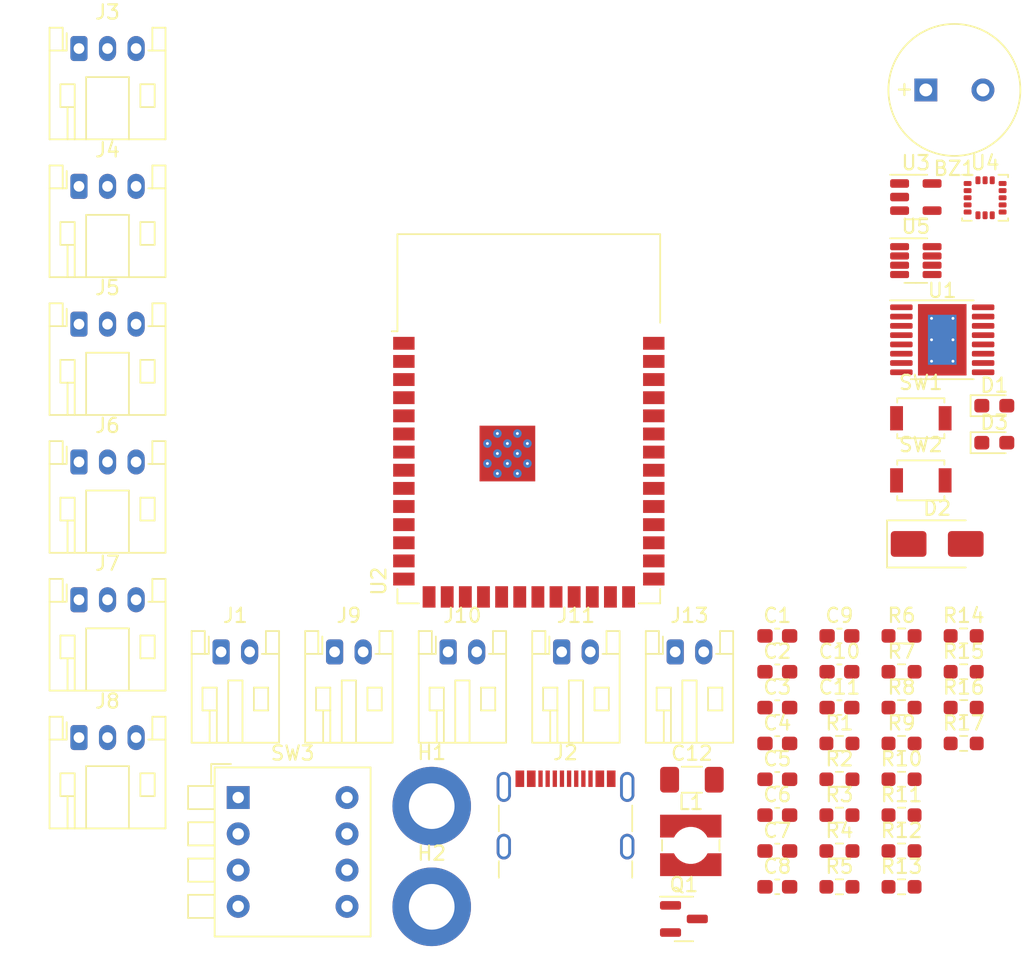
<source format=kicad_pcb>
(kicad_pcb (version 20221018) (generator pcbnew)
  (layers (0 "F.Cu" signal) (31 "B.Cu" signal) (34 "B.Paste" user) (35 "F.Paste" user) (36 "B.SilkS" user "B.Silkscreen") (37 "F.SilkS" user "F.Silkscreen") (38 "B.Mask" user) (39 "F.Mask" user) (44 "Edge.Cuts" user))
  (net 0 "")
  (net 1 "ESP32-BUZZER")
  (net 2 "GND")
  (net 3 "+3.3V")
  (net 4 "ESP32-RESET")
  (net 5 "+5V")
  (net 6 "Net-(U1-VINT)")
  (net 7 "Net-(U1-VCP)")
  (net 8 "5V_SUPPLY")
  (net 9 "+7.5V")
  (net 10 "Net-(U5-EN)")
  (net 11 "Net-(U5-BS)")
  (net 12 "Net-(U5-LX)")
  (net 13 "5V_BAT")
  (net 14 "Net-(D1-A)")
  (net 15 "5V_USB_POWER")
  (net 16 "Net-(D3-A)")
  (net 17 "Net-(J2-CC1)")
  (net 18 "ESP32-D+")
  (net 19 "ESP32-D-")
  (net 21 "Net-(J2-CC2)")
  (net 23 "ESP32-IR-FL")
  (net 24 "ESP32-IR-FR")
  (net 25 "ESP32-IR-BL")
  (net 26 "ESP32-IR-BR")
  (net 27 "ESP32-SRV-F")
  (net 28 "ESP32-SRV-B")
  (net 29 "MOTOR-RIGHT-BL")
  (net 30 "MOTOR-RIGHT-BR")
  (net 31 "MOTOR-LEFT-BL")
  (net 32 "MOTOR-LEFT-BR")
  (net 33 "ESP32-OP-LED")
  (net 34 "Net-(R3-Pad1)")
  (net 35 "ESP32-BATTERY-READ")
  (net 36 "ESP32-ACC-SCL")
  (net 37 "Net-(U1-nSLEEP)")
  (net 38 "ESP32-ACC-SDA")
  (net 39 "Net-(U5-FS)")
  (net 40 "Net-(U5-FB)")
  (net 41 "ESP32-BOOT0")
  (net 43 "ESP32-SERVO-EN")
  (net 44 "ESP32-MANUAL-AUTO")
  (net 45 "ESP32-WIFI-ANALOG")
  (net 46 "ESP32-MOTOR-FAULT")
  (net 47 "ESP32-MOTOR-BIN1")
  (net 48 "ESP32-MOTOR-BIN2")
  (net 49 "ESP32-MOTOR-AIN2")
  (net 50 "ESP32-MOTOR-AIN1")
  (net 55 "ESP32-ACC-INT1")
  (net 56 "ESP32-ACC-INT2")
  (footprint "RF_Module:ESP32-S3-WROOM-1" (layer "F.Cu") (at 149.9875 96.2)
    (fp_text reference "U2" (at -10.5 11.4 90 unlocked) (layer "F.SilkS"))
    (fp_text value "ESP32-S3-WROOM-1")
    (pad "1" smd rect (at -8.75 -5.26) (size 1.5 0.9) (layers "F.Cu" "F.Paste" "F.Mask") (net 2 "GND"))
    (pad "2" smd rect (at -8.75 -3.99) (size 1.5 0.9) (layers "F.Cu" "F.Paste" "F.Mask") (net 3 "+3.3V"))
    (pad "3" smd rect (at -8.75 -2.72) (size 1.5 0.9) (layers "F.Cu" "F.Paste" "F.Mask") (net 4 "ESP32-RESET"))
    (pad "4" smd rect (at -8.75 -1.45) (size 1.5 0.9) (layers "F.Cu" "F.Paste" "F.Mask") (net 23 "ESP32-IR-FL"))
    (pad "5" smd rect (at -8.75 -0.18) (size 1.5 0.9) (layers "F.Cu" "F.Paste" "F.Mask") (net 24 "ESP32-IR-FR"))
    (pad "6" smd rect (at -8.75 1.09) (size 1.5 0.9) (layers "F.Cu" "F.Paste" "F.Mask") (net 25 "ESP32-IR-BL"))
    (pad "7" smd rect (at -8.75 2.36) (size 1.5 0.9) (layers "F.Cu" "F.Paste" "F.Mask") (net 26 "ESP32-IR-BR"))
    (pad "8" smd rect (at -8.75 3.63) (size 1.5 0.9) (layers "F.Cu" "F.Paste" "F.Mask"))
    (pad "9" smd rect (at -8.75 4.9) (size 1.5 0.9) (layers "F.Cu" "F.Paste" "F.Mask"))
    (pad "10" smd rect (at -8.75 6.17) (size 1.5 0.9) (layers "F.Cu" "F.Paste" "F.Mask") (net 50 "ESP32-MOTOR-AIN1"))
    (pad "11" smd rect (at -8.75 7.44) (size 1.5 0.9) (layers "F.Cu" "F.Paste" "F.Mask") (net 49 "ESP32-MOTOR-AIN2"))
    (pad "12" smd rect (at -8.75 8.71) (size 1.5 0.9) (layers "F.Cu" "F.Paste" "F.Mask") (net 27 "ESP32-SRV-F"))
    (pad "13" smd rect (at -8.75 9.98) (size 1.5 0.9) (layers "F.Cu" "F.Paste" "F.Mask") (net 19 "ESP32-D-"))
    (pad "14" smd rect (at -8.75 11.25 180) (size 1.5 0.9) (layers "F.Cu" "F.Paste" "F.Mask") (net 18 "ESP32-D+"))
    (pad "15" smd rect (at -6.985 12.5 270) (size 1.5 0.9) (layers "F.Cu" "F.Paste" "F.Mask"))
    (pad "16" smd rect (at -5.715 12.5 270) (size 1.5 0.9) (layers "F.Cu" "F.Paste" "F.Mask"))
    (pad "17" smd rect (at -4.445 12.5 270) (size 1.5 0.9) (layers "F.Cu" "F.Paste" "F.Mask") (net 28 "ESP32-SRV-B"))
    (pad "18" smd rect (at -3.175 12.5 270) (size 1.5 0.9) (layers "F.Cu" "F.Paste" "F.Mask") (net 33 "ESP32-OP-LED"))
    (pad "19" smd rect (at -1.905 12.5 270) (size 1.5 0.9) (layers "F.Cu" "F.Paste" "F.Mask") (net 45 "ESP32-WIFI-ANALOG"))
    (pad "20" smd rect (at -0.635 12.5 270) (size 1.5 0.9) (layers "F.Cu" "F.Paste" "F.Mask") (net 44 "ESP32-MANUAL-AUTO"))
    (pad "21" smd rect (at 0.635 12.5 270) (size 1.5 0.9) (layers "F.Cu" "F.Paste" "F.Mask") (net 43 "ESP32-SERVO-EN"))
    (pad "22" smd rect (at 1.905 12.5 270) (size 1.5 0.9) (layers "F.Cu" "F.Paste" "F.Mask") (net 46 "ESP32-MOTOR-FAULT"))
    (pad "23" smd rect (at 3.175 12.5 270) (size 1.5 0.9) (layers "F.Cu" "F.Paste" "F.Mask") (net 47 "ESP32-MOTOR-BIN1"))
    (pad "24" smd rect (at 4.445 12.5 270) (size 1.5 0.9) (layers "F.Cu" "F.Paste" "F.Mask") (net 55 "ESP32-ACC-INT1"))
    (pad "25" smd rect (at 5.715 12.5 270) (size 1.5 0.9) (layers "F.Cu" "F.Paste" "F.Mask") (net 56 "ESP32-ACC-INT2"))
    (pad "26" smd rect (at 6.985 12.5 270) (size 1.5 0.9) (layers "F.Cu" "F.Paste" "F.Mask"))
    (pad "27" smd rect (at 8.75 11.25) (size 1.5 0.9) (layers "F.Cu" "F.Paste" "F.Mask") (net 41 "ESP32-BOOT0"))
    (pad "28" smd rect (at 8.75 9.98) (size 1.5 0.9) (layers "F.Cu" "F.Paste" "F.Mask"))
    (pad "29" smd rect (at 8.75 8.71) (size 1.5 0.9) (layers "F.Cu" "F.Paste" "F.Mask"))
    (pad "30" smd rect (at 8.75 7.44) (size 1.5 0.9) (layers "F.Cu" "F.Paste" "F.Mask"))
    (pad "31" smd rect (at 8.75 6.17) (size 1.5 0.9) (layers "F.Cu" "F.Paste" "F.Mask") (net 48 "ESP32-MOTOR-BIN2"))
    (pad "32" smd rect (at 8.75 4.9) (size 1.5 0.9) (layers "F.Cu" "F.Paste" "F.Mask"))
    (pad "33" smd rect (at 8.75 3.63) (size 1.5 0.9) (layers "F.Cu" "F.Paste" "F.Mask"))
    (pad "34" smd rect (at 8.75 2.36) (size 1.5 0.9) (layers "F.Cu" "F.Paste" "F.Mask"))
    (pad "35" smd rect (at 8.75 1.09) (size 1.5 0.9) (layers "F.Cu" "F.Paste" "F.Mask"))
    (pad "36" smd rect (at 8.75 -0.18) (size 1.5 0.9) (layers "F.Cu" "F.Paste" "F.Mask"))
    (pad "37" smd rect (at 8.75 -1.45) (size 1.5 0.9) (layers "F.Cu" "F.Paste" "F.Mask"))
    (pad "38" smd rect (at 8.75 -2.72) (size 1.5 0.9) (layers "F.Cu" "F.Paste" "F.Mask") (net 1 "ESP32-BUZZER"))
    (pad "39" smd rect (at 8.75 -3.99) (size 1.5 0.9) (layers "F.Cu" "F.Paste" "F.Mask") (net 35 "ESP32-BATTERY-READ"))
    (pad "40" smd rect (at 8.75 -5.26) (size 1.5 0.9) (layers "F.Cu" "F.Paste" "F.Mask") (net 2 "GND"))
    (pad "41" thru_hole circle (at -2.9 1.76 90) (size 0.6 0.6) (drill 0.2) (property pad_prop_heatsink) (layers "*.Cu" "F.Mask") (net 2 "GND"))
    (pad "41" thru_hole circle (at -2.9 3.16) (size 0.6 0.6) (drill 0.2) (property pad_prop_heatsink) (layers "*.Cu" "F.Mask") (net 2 "GND"))
    (pad "41" thru_hole circle (at -2.2 1.06) (size 0.6 0.6) (drill 0.2) (property pad_prop_heatsink) (layers "*.Cu" "F.Mask") (net 2 "GND"))
    (pad "41" thru_hole circle (at -2.2 2.46) (size 0.6 0.6) (drill 0.2) (property pad_prop_heatsink) (layers "*.Cu" "F.Mask") (net 2 "GND"))
    (pad "41" thru_hole circle (at -2.2 3.86) (size 0.6 0.6) (drill 0.2) (property pad_prop_heatsink) (layers "*.Cu" "F.Mask") (net 2 "GND"))
    (pad "41" thru_hole circle (at -1.5 1.76) (size 0.6 0.6) (drill 0.2) (property pad_prop_heatsink) (layers "*.Cu" "F.Mask") (net 2 "GND"))
    (pad "41" smd rect (at -1.5 2.46 270) (size 3.9 3.9) (layers "F.Cu" "F.Mask") (net 2 "GND"))
    (pad "41" thru_hole circle (at -1.5 3.16) (size 0.6 0.6) (drill 0.2) (property pad_prop_heatsink) (layers "*.Cu" "F.Mask") (net 2 "GND"))
    (pad "41" thru_hole circle (at -0.8 1.06) (size 0.6 0.6) (drill 0.2) (property pad_prop_heatsink) (layers "*.Cu" "F.Mask") (net 2 "GND"))
    (pad "41" thru_hole circle (at -0.8 2.46) (size 0.6 0.6) (drill 0.2) (property pad_prop_heatsink) (layers "*.Cu" "F.Mask") (net 2 "GND"))
    (pad "41" thru_hole circle (at -0.8 3.86) (size 0.6 0.6) (drill 0.2) (property pad_prop_heatsink) (layers "*.Cu" "F.Mask") (net 2 "GND"))
    (pad "41" thru_hole circle (at -0.1 1.76) (size 0.6 0.6) (drill 0.2) (property pad_prop_heatsink) (layers "*.Cu" "F.Mask") (net 2 "GND"))
    (pad "41" thru_hole circle (at -0.1 3.16) (size 0.6 0.6) (drill 0.2) (property pad_prop_heatsink) (layers "*.Cu" "F.Mask") (net 2 "GND"))
  )
  (footprint "Package_TO_SOT_SMD:SOT-23" (layer "F.Cu") (at 160.8475 131.25)
    (fp_text reference "Q1" (at 0 -2.4) (layer "F.SilkS"))
    (fp_text value "FDN336P")
    (pad "1" smd roundrect (at -0.9375 -0.95) (size 1.475 0.6) (layers "F.Cu" "F.Paste" "F.Mask") (net 15 "5V_USB_POWER"))
    (pad "2" smd roundrect (at -0.9375 0.95) (size 1.475 0.6) (layers "F.Cu" "F.Paste" "F.Mask") (net 13 "5V_BAT"))
    (pad "3" smd roundrect (at 0.9375 0) (size 1.475 0.6) (layers "F.Cu" "F.Paste" "F.Mask") (net 5 "+5V"))
  )
  (footprint "LED_SMD:LED_0603_1608Metric_Pad1.05x0.95mm_HandSolder" (layer "F.Cu") (at 182.5825 95.31)
    (fp_text reference "D1" (at 0 -1.43) (layer "F.SilkS"))
    (fp_text value "LED")
    (pad "1" smd roundrect (at -0.875 0) (size 1.05 0.95) (layers "F.Cu" "F.Paste" "F.Mask") (net 2 "GND"))
    (pad "2" smd roundrect (at 0.875 0) (size 1.05 0.95) (layers "F.Cu" "F.Paste" "F.Mask") (net 14 "Net-(D1-A)"))
  )
  (footprint "Capacitor_SMD:C_0603_1608Metric_Pad1.08x0.95mm_HandSolder" (layer "F.Cu") (at 167.3875 113.94)
    (fp_text reference "C2" (at 0 -1.43) (layer "F.SilkS"))
    (fp_text value "10u")
    (pad "1" smd roundrect (at -0.8625 0) (size 1.075 0.95) (layers "F.Cu" "F.Paste" "F.Mask") (net 3 "+3.3V"))
    (pad "2" smd roundrect (at 0.8625 0) (size 1.075 0.95) (layers "F.Cu" "F.Paste" "F.Mask") (net 2 "GND"))
  )
  (footprint "Capacitor_SMD:C_0603_1608Metric_Pad1.08x0.95mm_HandSolder" (layer "F.Cu") (at 167.3875 121.47)
    (fp_text reference "C5" (at 0 -1.43) (layer "F.SilkS"))
    (fp_text value "1u")
    (pad "1" smd roundrect (at -0.8625 0) (size 1.075 0.95) (layers "F.Cu" "F.Paste" "F.Mask") (net 5 "+5V"))
    (pad "2" smd roundrect (at 0.8625 0) (size 1.075 0.95) (layers "F.Cu" "F.Paste" "F.Mask") (net 2 "GND"))
  )
  (footprint "Resistor_SMD:R_0603_1608Metric_Pad0.98x0.95mm_HandSolder" (layer "F.Cu") (at 176.0875 111.43)
    (fp_text reference "R6" (at 0 -1.43) (layer "F.SilkS"))
    (fp_text value "5.1K")
    (pad "1" smd roundrect (at -0.9125 0) (size 0.975 0.95) (layers "F.Cu" "F.Paste" "F.Mask") (net 35 "ESP32-BATTERY-READ"))
    (pad "2" smd roundrect (at 0.9125 0) (size 0.975 0.95) (layers "F.Cu" "F.Paste" "F.Mask") (net 9 "+7.5V"))
  )
  (footprint "Button_Switch_SMD:SW_SPST_B3U-1000P" (layer "F.Cu") (at 177.4375 100.54)
    (fp_text reference "SW2" (at 0 -2.5) (layer "F.SilkS"))
    (fp_text value "SW_Push")
    (pad "1" smd rect (at -1.7 0) (size 0.9 1.7) (layers "F.Cu" "F.Paste" "F.Mask") (net 41 "ESP32-BOOT0"))
    (pad "2" smd rect (at 1.7 0) (size 0.9 1.7) (layers "F.Cu" "F.Paste" "F.Mask") (net 2 "GND"))
  )
  (footprint "Capacitor_SMD:C_0603_1608Metric_Pad1.08x0.95mm_HandSolder" (layer "F.Cu") (at 171.7375 116.45)
    (fp_text reference "C11" (at 0 -1.43) (layer "F.SilkS"))
    (fp_text value "100n")
    (pad "1" smd roundrect (at -0.8625 0) (size 1.075 0.95) (layers "F.Cu" "F.Paste" "F.Mask") (net 11 "Net-(U5-BS)"))
    (pad "2" smd roundrect (at 0.8625 0) (size 1.075 0.95) (layers "F.Cu" "F.Paste" "F.Mask") (net 12 "Net-(U5-LX)"))
  )
  (footprint "Resistor_SMD:R_0603_1608Metric_Pad0.98x0.95mm_HandSolder" (layer "F.Cu") (at 171.7375 129)
    (fp_text reference "R5" (at 0 -1.43) (layer "F.SilkS"))
    (fp_text value "3.3k")
    (pad "1" smd roundrect (at -0.9125 0) (size 0.975 0.95) (layers "F.Cu" "F.Paste" "F.Mask") (net 35 "ESP32-BATTERY-READ"))
    (pad "2" smd roundrect (at 0.9125 0) (size 0.975 0.95) (layers "F.Cu" "F.Paste" "F.Mask") (net 2 "GND"))
  )
  (footprint "Connector_JST:JST_PH_S2B-PH-K_1x02_P2.00mm_Horizontal" (layer "F.Cu") (at 136.3875 112.55)
    (fp_text reference "J9" (at 1 -2.55) (layer "F.SilkS"))
    (fp_text value "JST XH")
    (pad "1" thru_hole roundrect (at 0 0) (size 1.2 1.75) (drill 0.75) (layers "*.Cu" "*.Mask") (roundrect_rratio 0.208333) (net 29 "MOTOR-RIGHT-BL"))
    (pad "2" thru_hole oval (at 2 0) (size 1.2 1.75) (drill 0.75) (layers "*.Cu" "*.Mask") (net 30 "MOTOR-RIGHT-BR"))
  )
  (footprint "Resistor_SMD:R_0603_1608Metric_Pad0.98x0.95mm_HandSolder" (layer "F.Cu") (at 180.4375 111.43)
    (fp_text reference "R14" (at 0 -1.43) (layer "F.SilkS"))
    (fp_text value "100k")
    (pad "1" smd roundrect (at -0.9125 0) (size 0.975 0.95) (layers "F.Cu" "F.Paste" "F.Mask") (net 2 "GND"))
    (pad "2" smd roundrect (at 0.9125 0) (size 0.975 0.95) (layers "F.Cu" "F.Paste" "F.Mask") (net 39 "Net-(U5-FS)"))
  )
  (footprint "Resistor_SMD:R_0603_1608Metric_Pad0.98x0.95mm_HandSolder" (layer "F.Cu") (at 171.7375 118.96)
    (fp_text reference "R1" (at 0 -1.43) (layer "F.SilkS"))
    (fp_text value "5.1K")
    (pad "1" smd roundrect (at -0.9125 0) (size 0.975 0.95) (layers "F.Cu" "F.Paste" "F.Mask") (net 3 "+3.3V"))
    (pad "2" smd roundrect (at 0.9125 0) (size 0.975 0.95) (layers "F.Cu" "F.Paste" "F.Mask") (net 4 "ESP32-RESET"))
  )
  (footprint "LED_SMD:LED_0603_1608Metric_Pad1.05x0.95mm_HandSolder" (layer "F.Cu") (at 182.5825 97.9)
    (fp_text reference "D3" (at 0 -1.43) (layer "F.SilkS"))
    (fp_text value "LED")
    (pad "1" smd roundrect (at -0.875 0) (size 1.05 0.95) (layers "F.Cu" "F.Paste" "F.Mask") (net 2 "GND"))
    (pad "2" smd roundrect (at 0.875 0) (size 1.05 0.95) (layers "F.Cu" "F.Paste" "F.Mask") (net 16 "Net-(D3-A)"))
  )
  (footprint "Connector_JST:JST_PH_S3B-PH-K_1x03_P2.00mm_Horizontal" (layer "F.Cu") (at 118.4875 99.25)
    (fp_text reference "J6" (at 2 -2.55) (layer "F.SilkS"))
    (fp_text value "Conn_01x03_Socket")
    (pad "1" thru_hole roundrect (at 0 0) (size 1.2 1.75) (drill 0.75) (layers "*.Cu" "*.Mask") (roundrect_rratio 0.208333) (net 2 "GND"))
    (pad "2" thru_hole oval (at 2 0) (size 1.2 1.75) (drill 0.75) (layers "*.Cu" "*.Mask") (net 26 "ESP32-IR-BR"))
    (pad "3" thru_hole oval (at 4 0) (size 1.2 1.75) (drill 0.75) (layers "*.Cu" "*.Mask") (net 5 "+5V"))
  )
  (footprint "Resistor_SMD:R_0603_1608Metric_Pad0.98x0.95mm_HandSolder" (layer "F.Cu") (at 176.0875 118.96)
    (fp_text reference "R9" (at 0 -1.43) (layer "F.SilkS"))
    (fp_text value "5.1K")
    (pad "1" smd roundrect (at -0.9125 0) (size 0.975 0.95) (layers "F.Cu" "F.Paste" "F.Mask") (net 36 "ESP32-ACC-SCL"))
    (pad "2" smd roundrect (at 0.9125 0) (size 0.975 0.95) (layers "F.Cu" "F.Paste" "F.Mask") (net 3 "+3.3V"))
  )
  (footprint "Connector_JST:JST_PH_S2B-PH-K_1x02_P2.00mm_Horizontal" (layer "F.Cu") (at 152.2875 112.55)
    (fp_text reference "J11" (at 1 -2.55) (layer "F.SilkS"))
    (fp_text value "JST XH")
    (pad "1" thru_hole roundrect (at 0 0) (size 1.2 1.75) (drill 0.75) (layers "*.Cu" "*.Mask") (roundrect_rratio 0.208333) (net 31 "MOTOR-LEFT-BL"))
    (pad "2" thru_hole oval (at 2 0) (size 1.2 1.75) (drill 0.75) (layers "*.Cu" "*.Mask") (net 32 "MOTOR-LEFT-BR"))
  )
  (footprint "Resistor_SMD:R_0603_1608Metric_Pad0.98x0.95mm_HandSolder" (layer "F.Cu") (at 176.0875 113.94)
    (fp_text reference "R7" (at 0 -1.43) (layer "F.SilkS"))
    (fp_text value "5.1K")
    (pad "1" smd roundrect (at -0.9125 0) (size 0.975 0.95) (layers "F.Cu" "F.Paste" "F.Mask") (net 21 "Net-(J2-CC2)"))
    (pad "2" smd roundrect (at 0.9125 0) (size 0.975 0.95) (layers "F.Cu" "F.Paste" "F.Mask") (net 2 "GND"))
  )
  (footprint "Resistor_SMD:R_0603_1608Metric_Pad0.98x0.95mm_HandSolder" (layer "F.Cu") (at 180.4375 118.96)
    (fp_text reference "R17" (at 0 -1.43) (layer "F.SilkS"))
    (fp_text value "5.1K")
    (pad "1" smd roundrect (at -0.9125 0) (size 0.975 0.95) (layers "F.Cu" "F.Paste" "F.Mask") (net 16 "Net-(D3-A)"))
    (pad "2" smd roundrect (at 0.9125 0) (size 0.975 0.95) (layers "F.Cu" "F.Paste" "F.Mask") (net 15 "5V_USB_POWER"))
  )
  (footprint "Resistor_SMD:R_0603_1608Metric_Pad0.98x0.95mm_HandSolder" (layer "F.Cu") (at 171.7375 121.47)
    (fp_text reference "R2" (at 0 -1.43) (layer "F.SilkS"))
    (fp_text value "5.1K")
    (pad "1" smd roundrect (at -0.9125 0) (size 0.975 0.95) (layers "F.Cu" "F.Paste" "F.Mask") (net 14 "Net-(D1-A)"))
    (pad "2" smd roundrect (at 0.9125 0) (size 0.975 0.95) (layers "F.Cu" "F.Paste" "F.Mask") (net 33 "ESP32-OP-LED"))
  )
  (footprint "Connector_JST:JST_PH_S2B-PH-K_1x02_P2.00mm_Horizontal" (layer "F.Cu") (at 128.4375 112.55)
    (fp_text reference "J1" (at 1 -2.55) (layer "F.SilkS"))
    (fp_text value "JST XH")
    (pad "1" thru_hole roundrect (at 0 0) (size 1.2 1.75) (drill 0.75) (layers "*.Cu" "*.Mask") (roundrect_rratio 0.208333) (net 2 "GND"))
    (pad "2" thru_hole oval (at 2 0) (size 1.2 1.75) (drill 0.75) (layers "*.Cu" "*.Mask") (net 9 "+7.5V"))
  )
  (footprint "Capacitor_SMD:C_0603_1608Metric_Pad1.08x0.95mm_HandSolder" (layer "F.Cu") (at 171.7375 113.94)
    (fp_text reference "C10" (at 0 -1.43) (layer "F.SilkS"))
    (fp_text value "10u")
    (pad "1" smd roundrect (at -0.8625 0) (size 1.075 0.95) (layers "F.Cu" "F.Paste" "F.Mask") (net 3 "+3.3V"))
    (pad "2" smd roundrect (at 0.8625 0) (size 1.075 0.95) (layers "F.Cu" "F.Paste" "F.Mask") (net 2 "GND"))
  )
  (footprint "Connector_JST:JST_PH_S3B-PH-K_1x03_P2.00mm_Horizontal" (layer "F.Cu") (at 118.4875 118.55)
    (fp_text reference "J8" (at 2 -2.55) (layer "F.SilkS"))
    (fp_text value "Conn_01x03_Socket")
    (pad "1" thru_hole roundrect (at 0 0) (size 1.2 1.75) (drill 0.75) (layers "*.Cu" "*.Mask") (roundrect_rratio 0.208333) (net 2 "GND"))
    (pad "2" thru_hole oval (at 2 0) (size 1.2 1.75) (drill 0.75) (layers "*.Cu" "*.Mask") (net 28 "ESP32-SRV-B"))
    (pad "3" thru_hole oval (at 4 0) (size 1.2 1.75) (drill 0.75) (layers "*.Cu" "*.Mask") (net 5 "+5V"))
  )
  (footprint "Capacitor_SMD:C_0603_1608Metric_Pad1.08x0.95mm_HandSolder" (layer "F.Cu") (at 167.3875 111.43)
    (fp_text reference "C1" (at 0 -1.43) (layer "F.SilkS"))
    (fp_text value "10u")
    (pad "1" smd roundrect (at -0.8625 0) (size 1.075 0.95) (layers "F.Cu" "F.Paste" "F.Mask") (net 3 "+3.3V"))
    (pad "2" smd roundrect (at 0.8625 0) (size 1.075 0.95) (layers "F.Cu" "F.Paste" "F.Mask") (net 2 "GND"))
  )
  (footprint "Connector_JST:JST_PH_S3B-PH-K_1x03_P2.00mm_Horizontal" (layer "F.Cu") (at 118.4875 79.95)
    (fp_text reference "J4" (at 2 -2.55) (layer "F.SilkS"))
    (fp_text value "Conn_01x03_Socket")
    (pad "1" thru_hole roundrect (at 0 0) (size 1.2 1.75) (drill 0.75) (layers "*.Cu" "*.Mask") (roundrect_rratio 0.208333) (net 2 "GND"))
    (pad "2" thru_hole oval (at 2 0) (size 1.2 1.75) (drill 0.75) (layers "*.Cu" "*.Mask") (net 24 "ESP32-IR-FR"))
    (pad "3" thru_hole oval (at 4 0) (size 1.2 1.75) (drill 0.75) (layers "*.Cu" "*.Mask") (net 5 "+5V"))
  )
  (footprint "Capacitor_SMD:C_0603_1608Metric_Pad1.08x0.95mm_HandSolder" (layer "F.Cu") (at 167.3875 118.96)
    (fp_text reference "C4" (at 0 -1.43) (layer "F.SilkS"))
    (fp_text value "1u")
    (pad "1" smd roundrect (at -0.8625 0) (size 1.075 0.95) (layers "F.Cu" "F.Paste" "F.Mask") (net 3 "+3.3V"))
    (pad "2" smd roundrect (at 0.8625 0) (size 1.075 0.95) (layers "F.Cu" "F.Paste" "F.Mask") (net 2 "GND"))
  )
  (footprint "Capacitor_SMD:C_1206_3216Metric_Pad1.33x1.80mm_HandSolder" (layer "F.Cu") (at 161.4075 121.5)
    (fp_text reference "C12" (at 0 -1.85) (layer "F.SilkS"))
    (fp_text value "22u")
    (pad "1" smd roundrect (at -1.5625 0) (size 1.325 1.8) (layers "F.Cu" "F.Paste" "F.Mask") (roundrect_rratio 0.188679) (net 13 "5V_BAT"))
    (pad "2" smd roundrect (at 1.5625 0) (size 1.325 1.8) (layers "F.Cu" "F.Paste" "F.Mask") (roundrect_rratio 0.188679) (net 2 "GND"))
  )
  (footprint "Connector_JST:JST_PH_S3B-PH-K_1x03_P2.00mm_Horizontal" (layer "F.Cu") (at 118.4875 108.9)
    (fp_text reference "J7" (at 2 -2.55) (layer "F.SilkS"))
    (fp_text value "Conn_01x03_Socket")
    (pad "1" thru_hole roundrect (at 0 0) (size 1.2 1.75) (drill 0.75) (layers "*.Cu" "*.Mask") (roundrect_rratio 0.208333) (net 2 "GND"))
    (pad "2" thru_hole oval (at 2 0) (size 1.2 1.75) (drill 0.75) (layers "*.Cu" "*.Mask") (net 27 "ESP32-SRV-F"))
    (pad "3" thru_hole oval (at 4 0) (size 1.2 1.75) (drill 0.75) (layers "*.Cu" "*.Mask") (net 5 "+5V"))
  )
  (footprint "Capacitor_SMD:C_0603_1608Metric_Pad1.08x0.95mm_HandSolder" (layer "F.Cu") (at 167.3875 129)
    (fp_text reference "C8" (at 0 -1.43) (layer "F.SilkS"))
    (fp_text value "100n")
    (pad "1" smd roundrect (at -0.8625 0) (size 1.075 0.95) (layers "F.Cu" "F.Paste" "F.Mask") (net 7 "Net-(U1-VCP)"))
    (pad "2" smd roundrect (at 0.8625 0) (size 1.075 0.95) (layers "F.Cu" "F.Paste" "F.Mask") (net 8 "5V_SUPPLY"))
  )
  (footprint "Capacitor_SMD:C_0603_1608Metric_Pad1.08x0.95mm_HandSolder" (layer "F.Cu") (at 167.3875 116.45)
    (fp_text reference "C3" (at 0 -1.43) (layer "F.SilkS"))
    (fp_text value "10u")
    (pad "1" smd roundrect (at -0.8625 0) (size 1.075 0.95) (layers "F.Cu" "F.Paste" "F.Mask") (net 4 "ESP32-RESET"))
    (pad "2" smd roundrect (at 0.8625 0) (size 1.075 0.95) (layers "F.Cu" "F.Paste" "F.Mask") (net 2 "GND"))
  )
  (footprint "Connector_JST:JST_PH_S2B-PH-K_1x02_P2.00mm_Horizontal" (layer "F.Cu") (at 144.3375 112.55)
    (fp_text reference "J10" (at 1 -2.55) (layer "F.SilkS"))
    (fp_text value "JST XH")
    (pad "1" thru_hole roundrect (at 0 0) (size 1.2 1.75) (drill 0.75) (layers "*.Cu" "*.Mask") (roundrect_rratio 0.208333) (net 31 "MOTOR-LEFT-BL"))
    (pad "2" thru_hole oval (at 2 0) (size 1.2 1.75) (drill 0.75) (layers "*.Cu" "*.Mask") (net 32 "MOTOR-LEFT-BR"))
  )
  (footprint "Capacitor_SMD:C_0603_1608Metric_Pad1.08x0.95mm_HandSolder" (layer "F.Cu") (at 167.3875 126.49)
    (fp_text reference "C7" (at 0 -1.43) (layer "F.SilkS"))
    (fp_text value "2.2u")
    (pad "1" smd roundrect (at -0.8625 0) (size 1.075 0.95) (layers "F.Cu" "F.Paste" "F.Mask") (net 6 "Net-(U1-VINT)"))
    (pad "2" smd roundrect (at 0.8625 0) (size 1.075 0.95) (layers "F.Cu" "F.Paste" "F.Mask") (net 2 "GND"))
  )
  (footprint "Resistor_SMD:R_0603_1608Metric_Pad0.98x0.95mm_HandSolder" (layer "F.Cu") (at 176.0875 121.47)
    (fp_text reference "R10" (at 0 -1.43) (layer "F.SilkS"))
    (fp_text value "5.1K")
    (pad "1" smd roundrect (at -0.9125 0) (size 0.975 0.95) (layers "F.Cu" "F.Paste" "F.Mask") (net 2 "GND"))
    (pad "2" smd roundrect (at 0.9125 0) (size 0.975 0.95) (layers "F.Cu" "F.Paste" "F.Mask") (net 15 "5V_USB_POWER"))
  )
  (footprint "Buzzer_Beeper:MagneticBuzzer_PUI_AT-0927-TT-6-R" (layer "F.Cu") (at 177.7875 73.2)
    (fp_text reference "BZ1" (at 2 5.5) (layer "F.SilkS"))
    (fp_text value "Buzzer")
    (fp_text user "+" (at -1.5 -0.1) (layer "F.SilkS"))
    (pad "1" thru_hole rect (at 0 0) (size 1.6 1.6) (drill 0.9) (layers "*.Cu" "*.Mask") (net 1 "ESP32-BUZZER"))
    (pad "2" thru_hole circle (at 4 0) (size 1.6 1.6) (drill 0.9) (layers "*.Cu" "*.Mask") (net 2 "GND"))
  )
  (footprint "MountingHole:MountingHole_3.2mm_M3_ISO14580_Pad" (layer "F.Cu") (at 143.1875 130.4)
    (fp_text reference "H2" (at 0 -3.75) (layer "F.SilkS"))
    (fp_text value "MountingHole")
    (pad "1" thru_hole circle (at 0 0) (size 5.5 5.5) (drill 3.2) (layers "*.Cu" "*.Mask"))
  )
  (footprint "Resistor_SMD:R_0603_1608Metric_Pad0.98x0.95mm_HandSolder" (layer "F.Cu") (at 176.0875 116.45)
    (fp_text reference "R8" (at 0 -1.43) (layer "F.SilkS"))
    (fp_text value "100k")
    (pad "1" smd roundrect (at -0.9125 0) (size 0.975 0.95) (layers "F.Cu" "F.Paste" "F.Mask") (net 5 "+5V"))
    (pad "2" smd roundrect (at 0.9125 0) (size 0.975 0.95) (layers "F.Cu" "F.Paste" "F.Mask") (net 5 "+5V"))
  )
  (footprint "Diode_SMD:D_SMA" (layer "F.Cu") (at 178.5825 104.99)
    (fp_text reference "D2" (at 0 -2.5) (layer "F.SilkS"))
    (fp_text value "SS14")
    (pad "1" smd roundrect (at -2 0) (size 2.5 1.8) (layers "F.Cu" "F.Paste" "F.Mask") (roundrect_rratio 0.1388888889) (net 5 "+5V"))
    (pad "2" smd roundrect (at 2 0) (size 2.5 1.8) (layers "F.Cu" "F.Paste" "F.Mask") (roundrect_rratio 0.1388888889) (net 15 "5V_USB_POWER"))
  )
  (footprint "Inductor_SMD:L_Wuerth_WE-TPC-3816" (layer "F.Cu") (at 161.3275 126.1)
    (fp_text reference "L1" (at 0 -3) (layer "F.SilkS"))
    (fp_text value "4.7u")
    (pad "1" smd custom (at 0 -1.75) (size 0.7 0.7) (layers "F.Cu" "F.Paste" "F.Mask") (net 12 "Net-(U5-LX)") (options (clearance outline) (anchor circle)) (primitives (gr_poly (pts (xy 2.15 1.2) (xy 1.177922 1.2) (xy 1.064578 1.003895) (xy 0.918917 0.830439) (xy 0.745359 0.684899) (xy 0.549174 0.571693) (xy 0.336318 0.494257) (xy 0.113252 0.454942) (xy -0.113252 0.454942) (xy -0.336318 0.494257) (xy -0.549174 0.571693) (xy -0.745359 0.684899) (xy -0.918917 0.830439) (xy -1.064578 1.003895) (xy -1.177922 1.2) (xy -2.15 1.2) (xy -2.15 -0.4) (xy 2.15 -0.4)) (width 0) (fill yes))))
    (pad "2" smd custom (at 0 1.75) (size 0.7 0.7) (layers "F.Cu" "F.Paste" "F.Mask") (net 13 "5V_BAT") (options (clearance outline) (anchor circle)) (primitives (gr_poly (pts (xy -1.064578 -1.003895) (xy -0.918917 -0.830439) (xy -0.745359 -0.684899) (xy -0.549174 -0.571693) (xy -0.336318 -0.494257) (xy -0.113252 -0.454942) (xy 0.113252 -0.454942) (xy 0.336318 -0.494257) (xy 0.549174 -0.571693) (xy 0.745359 -0.684899) (xy 0.918917 -0.830439) (xy 1.064578 -1.003895) (xy 1.177922 -1.2) (xy 2.15 -1.2) (xy 2.15 0.4) (xy -2.15 0.4) (xy -2.15 -1.2) (xy -1.177922 -1.2)) (width 0) (fill yes))))
  )
  (footprint "Package_LGA:LGA-16_3x3mm_P0.5mm_LayoutBorder3x5y" (layer "F.Cu") (at 181.9375 80.75)
    (fp_text reference "U4" (at 0 -2.45) (layer "F.SilkS"))
    (fp_text value "LIS3DH")
    (pad "1" smd roundrect (at -1.225 -1) (size 0.55 0.35) (layers "F.Cu" "F.Paste" "F.Mask") (net 3 "+3.3V"))
    (pad "2" smd roundrect (at -1.225 -0.5) (size 0.55 0.35) (layers "F.Cu" "F.Paste" "F.Mask"))
    (pad "3" smd roundrect (at -1.225 0) (size 0.55 0.35) (layers "F.Cu" "F.Paste" "F.Mask"))
    (pad "4" smd roundrect (at -1.225 0.5) (size 0.55 0.35) (layers "F.Cu" "F.Paste" "F.Mask") (net 36 "ESP32-ACC-SCL"))
    (pad "5" smd roundrect (at -1.225 1) (size 0.55 0.35) (layers "F.Cu" "F.Paste" "F.Mask") (net 2 "GND"))
    (pad "6" smd roundrect (at -0.5 1.225) (size 0.35 0.55) (layers "F.Cu" "F.Paste" "F.Mask") (net 38 "ESP32-ACC-SDA"))
    (pad "7" smd roundrect (at 0 1.225) (size 0.35 0.55) (layers "F.Cu" "F.Paste" "F.Mask") (net 2 "GND"))
    (pad "8" smd roundrect (at 0.5 1.225) (size 0.35 0.55) (layers "F.Cu" "F.Paste" "F.Mask"))
    (pad "9" smd roundrect (at 1.225 1) (size 0.55 0.35) (layers "F.Cu" "F.Paste" "F.Mask") (net 56 "ESP32-ACC-INT2"))
    (pad "10" smd roundrect (at 1.225 0.5) (size 0.55 0.35) (layers "F.Cu" "F.Paste" "F.Mask") (net 2 "GND"))
    (pad "11" smd roundrect (at 1.225 0) (size 0.55 0.35) (layers "F.Cu" "F.Paste" "F.Mask") (net 55 "ESP32-ACC-INT1"))
    (pad "12" smd roundrect (at 1.225 -0.5) (size 0.55 0.35) (layers "F.Cu" "F.Paste" "F.Mask") (net 2 "GND"))
    (pad "13" smd roundrect (at 1.225 -1) (size 0.55 0.35) (layers "F.Cu" "F.Paste" "F.Mask"))
    (pad "14" smd roundrect (at 0.5 -1.225) (size 0.35 0.55) (layers "F.Cu" "F.Paste" "F.Mask") (net 3 "+3.3V"))
    (pad "15" smd roundrect (at 0 -1.225) (size 0.35 0.55) (layers "F.Cu" "F.Paste" "F.Mask"))
    (pad "16" smd roundrect (at -0.5 -1.225) (size 0.35 0.55) (layers "F.Cu" "F.Paste" "F.Mask"))
  )
  (footprint "Resistor_SMD:R_0603_1608Metric_Pad0.98x0.95mm_HandSolder" (layer "F.Cu") (at 171.7375 123.98)
    (fp_text reference "R3" (at 0 -1.43) (layer "F.SilkS"))
    (fp_text value "5.1K")
    (pad "1" smd roundrect (at -0.9125 0) (size 0.975 0.95) (layers "F.Cu" "F.Paste" "F.Mask") (net 34 "Net-(R3-Pad1)"))
    (pad "2" smd roundrect (at 0.9125 0) (size 0.975 0.95) (layers "F.Cu" "F.Paste" "F.Mask") (net 3 "+3.3V"))
  )
  (footprint "Connector_JST:JST_PH_S3B-PH-K_1x03_P2.00mm_Horizontal" (layer "F.Cu") (at 118.4875 89.6)
    (fp_text reference "J5" (at 2 -2.55) (layer "F.SilkS"))
    (fp_text value "Conn_01x03_Socket")
    (pad "1" thru_hole roundrect (at 0 0) (size 1.2 1.75) (drill 0.75) (layers "*.Cu" "*.Mask") (roundrect_rratio 0.208333) (net 2 "GND"))
    (pad "2" thru_hole oval (at 2 0) (size 1.2 1.75) (drill 0.75) (layers "*.Cu" "*.Mask") (net 25 "ESP32-IR-BL"))
    (pad "3" thru_hole oval (at 4 0) (size 1.2 1.75) (drill 0.75) (layers "*.Cu" "*.Mask") (net 5 "+5V"))
  )
  (footprint "MountingHole:MountingHole_3.2mm_M3_ISO14580_Pad" (layer "F.Cu") (at 143.1875 123.35)
    (fp_text reference "H1" (at 0 -3.75) (layer "F.SilkS"))
    (fp_text value "MountingHole")
    (pad "1" thru_hole circle (at 0 0) (size 5.5 5.5) (drill 3.2) (layers "*.Cu" "*.Mask"))
  )
  (footprint "Resistor_SMD:R_0603_1608Metric_Pad0.98x0.95mm_HandSolder" (layer "F.Cu") (at 180.4375 113.94)
    (fp_text reference "R15" (at 0 -1.43) (layer "F.SilkS"))
    (fp_text value "100k")
    (pad "1" smd roundrect (at -0.9125 0) (size 0.975 0.95) (layers "F.Cu" "F.Paste" "F.Mask") (net 40 "Net-(U5-FB)"))
    (pad "2" smd roundrect (at 0.9125 0) (size 0.975 0.95) (layers "F.Cu" "F.Paste" "F.Mask") (net 13 "5V_BAT"))
  )
  (footprint "Resistor_SMD:R_0603_1608Metric_Pad0.98x0.95mm_HandSolder" (layer "F.Cu") (at 176.0875 123.98)
    (fp_text reference "R11" (at 0 -1.43) (layer "F.SilkS"))
    (fp_text value "50k")
    (pad "1" smd roundrect (at -0.9125 0) (size 0.975 0.95) (layers "F.Cu" "F.Paste" "F.Mask") (net 8 "5V_SUPPLY"))
    (pad "2" smd roundrect (at 0.9125 0) (size 0.975 0.95) (layers "F.Cu" "F.Paste" "F.Mask") (net 37 "Net-(U1-nSLEEP)"))
  )
  (footprint "Connector_USB:USB_C_Receptacle_GCT_USB4105-xx-A_16P_TopMnt_Horizontal" (layer "F.Cu") (at 152.5575 125.11)
    (fp_text reference "J2" (at 0 -5.5 unlocked) (layer "F.SilkS"))
    (fp_text value "USB_C_Receptacle")
    (pad "" np_thru_hole circle (at -2.89 -2.605) (size 0.65 0.65) (drill 0.65) (layers "F&B.Cu" "*.Mask"))
    (pad "" np_thru_hole circle (at 2.89 -2.605) (size 0.65 0.65) (drill 0.65) (layers "F&B.Cu" "*.Mask"))
    (pad "A1" smd rect (at -3.2 -3.68) (size 0.6 1.15) (layers "F.Cu" "F.Paste" "F.Mask") (net 2 "GND"))
    (pad "A4" smd rect (at -2.4 -3.68) (size 0.6 1.15) (layers "F.Cu" "F.Paste" "F.Mask") (net 15 "5V_USB_POWER"))
    (pad "A5" smd rect (at -1.25 -3.68) (size 0.3 1.15) (layers "F.Cu" "F.Paste" "F.Mask") (net 17 "Net-(J2-CC1)"))
    (pad "A6" smd rect (at -0.25 -3.68) (size 0.3 1.15) (layers "F.Cu" "F.Paste" "F.Mask") (net 18 "ESP32-D+"))
    (pad "A7" smd rect (at 0.25 -3.68) (size 0.3 1.15) (layers "F.Cu" "F.Paste" "F.Mask") (net 19 "ESP32-D-"))
    (pad "A8" smd rect (at 1.25 -3.68) (size 0.3 1.15) (layers "F.Cu" "F.Paste" "F.Mask"))
    (pad "A9" smd rect (at 2.4 -3.68) (size 0.6 1.15) (layers "F.Cu" "F.Paste" "F.Mask") (net 15 "5V_USB_POWER"))
    (pad "A12" smd rect (at 3.2 -3.68) (size 0.6 1.15) (layers "F.Cu" "F.Paste" "F.Mask") (net 2 "GND"))
    (pad "B1" smd rect (at 3.2 -3.68) (size 0.6 1.15) (layers "F.Cu" "F.Paste" "F.Mask") (net 2 "GND"))
    (pad "B4" smd rect (at 2.4 -3.68) (size 0.6 1.15) (layers "F.Cu" "F.Paste" "F.Mask") (net 15 "5V_USB_POWER"))
    (pad "B5" smd rect (at 1.75 -3.68) (size 0.3 1.15) (layers "F.Cu" "F.Paste" "F.Mask") (net 21 "Net-(J2-CC2)"))
    (pad "B6" smd rect (at 0.75 -3.68) (size 0.3 1.15) (layers "F.Cu" "F.Paste" "F.Mask") (net 18 "ESP32-D+"))
    (pad "B7" smd rect (at -0.75 -3.68) (size 0.3 1.15) (layers "F.Cu" "F.Paste" "F.Mask") (net 19 "ESP32-D-"))
    (pad "B8" smd rect (at -1.75 -3.68) (size 0.3 1.15) (layers "F.Cu" "F.Paste" "F.Mask"))
    (pad "B9" smd rect (at -2.4 -3.68) (size 0.6 1.15) (layers "F.Cu" "F.Paste" "F.Mask") (net 15 "5V_USB_POWER"))
    (pad "B12" smd rect (at -3.2 -3.68) (size 0.6 1.15) (layers "F.Cu" "F.Paste" "F.Mask") (net 2 "GND"))
    (pad "S1" thru_hole oval (at -4.32 -3.105) (size 1 2.1) (drill oval 0.6 1.7) (layers "*.Cu" "*.Mask" "F.Paste") (net 2 "GND"))
    (pad "S1" thru_hole oval (at -4.32 1.075) (size 1 1.8) (drill oval 0.6 1.4) (layers "*.Cu" "*.Mask" "F.Paste") (net 2 "GND"))
    (pad "S1" thru_hole oval (at 4.32 -3.105) (size 1 2.1) (drill oval 0.6 1.7) (layers "*.Cu" "*.Mask" "F.Paste") (net 2 "GND"))
    (pad "S1" thru_hole oval (at 4.32 1.075) (size 1 1.8) (drill oval 0.6 1.4) (layers "*.Cu" "*.Mask" "F.Paste") (net 2 "GND"))
  )
  (footprint "Connector_JST:JST_PH_S2B-PH-K_1x02_P2.00mm_Horizontal" (layer "F.Cu") (at 160.2375 112.55)
    (fp_text reference "J13" (at 1 -2.55) (layer "F.SilkS"))
    (fp_text value "JST XH")
    (pad "1" thru_hole roundrect (at 0 0) (size 1.2 1.75) (drill 0.75) (layers "*.Cu" "*.Mask") (roundrect_rratio 0.208333) (net 29 "MOTOR-RIGHT-BL"))
    (pad "2" thru_hole oval (at 2 0) (size 1.2 1.75) (drill 0.75) (layers "*.Cu" "*.Mask") (net 30 "MOTOR-RIGHT-BR"))
  )
  (footprint "Package_TO_SOT_SMD:SOT-23-8" (layer "F.Cu") (at 177.0875 85.15)
    (fp_text reference "U5" (at 0 -2.4) (layer "F.SilkS"))
    (fp_text value "~")
    (pad "1" smd roundrect (at -1.1375 -0.975) (size 1.325 0.5) (layers "F.Cu" "F.Paste" "F.Mask") (net 40 "Net-(U5-FB)"))
    (pad "2" smd roundrect (at -1.1375 -0.325) (size 1.325 0.5) (layers "F.Cu" "F.Paste" "F.Mask") (net 39 "Net-(U5-FS)"))
    (pad "3" smd roundrect (at -1.1375 0.325) (size 1.325 0.5) (layers "F.Cu" "F.Paste" "F.Mask") (net 2 "GND"))
    (pad "4" smd roundrect (at -1.1375 0.975) (size 1.325 0.5) (layers "F.Cu" "F.Paste" "F.Mask") (net 2 "GND"))
    (pad "5" smd roundrect (at 1.1375 0.975) (size 1.325 0.5) (layers "F.Cu" "F.Paste" "F.Mask") (net 9 "+7.5V"))
    (pad "6" smd roundrect (at 1.1375 0.325) (size 1.325 0.5) (layers "F.Cu" "F.Paste" "F.Mask") (net 12 "Net-(U5-LX)"))
    (pad "7" smd roundrect (at 1.1375 -0.325) (size 1.325 0.5) (layers "F.Cu" "F.Paste" "F.Mask") (net 11 "Net-(U5-BS)"))
    (pad "8" smd roundrect (at 1.1375 -0.975) (size 1.325 0.5) (layers "F.Cu" "F.Paste" "F.Mask") (net 10 "Net-(U5-EN)"))
  )
  (footprint "Capacitor_SMD:C_0603_1608Metric_Pad1.08x0.95mm_HandSolder" (layer "F.Cu") (at 167.3875 123.98)
    (fp_text reference "C6" (at 0 -1.43) (layer "F.SilkS"))
    (fp_text value "100n")
    (pad "1" smd roundrect (at -0.8625 0) (size 1.075 0.95) (layers "F.Cu" "F.Paste" "F.Mask") (net 3 "+3.3V"))
    (pad "2" smd roundrect (at 0.8625 0) (size 1.075 0.95) (layers "F.Cu" "F.Paste" "F.Mask") (net 2 "GND"))
  )
  (footprint "Package_TO_SOT_SMD:SOT-23-5" (layer "F.Cu") (at 177.0875 80.7)
    (fp_text reference "U3" (at 0 -2.4) (layer "F.SilkS"))
    (fp_text value "AP2112K-3.3")
    (pad "1" smd roundrect (at -1.1375 -0.95) (size 1.325 0.6) (layers "F.Cu" "F.Paste" "F.Mask") (net 5 "+5V"))
    (pad "2" smd roundrect (at -1.1375 0) (size 1.325 0.6) (layers "F.Cu" "F.Paste" "F.Mask") (net 2 "GND"))
    (pad "3" smd roundrect (at -1.1375 0.95) (size 1.325 0.6) (layers "F.Cu" "F.Paste" "F.Mask") (net 5 "+5V"))
    (pad "4" smd roundrect (at 1.1375 0.95) (size 1.325 0.6) (layers "F.Cu" "F.Paste" "F.Mask"))
    (pad "5" smd roundrect (at 1.1375 -0.95) (size 1.325 0.6) (layers "F.Cu" "F.Paste" "F.Mask") (net 3 "+3.3V"))
  )
  (footprint "Resistor_SMD:R_0603_1608Metric_Pad0.98x0.95mm_HandSolder" (layer "F.Cu") (at 176.0875 126.49)
    (fp_text reference "R12" (at 0 -1.43) (layer "F.SilkS"))
    (fp_text value "5.1K")
    (pad "1" smd roundrect (at -0.9125 0) (size 0.975 0.95) (layers "F.Cu" "F.Paste" "F.Mask") (net 38 "ESP32-ACC-SDA"))
    (pad "2" smd roundrect (at 0.9125 0) (size 0.975 0.95) (layers "F.Cu" "F.Paste" "F.Mask") (net 3 "+3.3V"))
  )
  (footprint "Button_Switch_SMD:SW_SPST_B3U-1000P" (layer "F.Cu") (at 177.4375 96.19)
    (fp_text reference "SW1" (at 0 -2.5) (layer "F.SilkS"))
    (fp_text value "SW_Push")
    (pad "1" smd rect (at -1.7 0) (size 0.9 1.7) (layers "F.Cu" "F.Paste" "F.Mask") (net 4 "ESP32-RESET"))
    (pad "2" smd rect (at 1.7 0) (size 0.9 1.7) (layers "F.Cu" "F.Paste" "F.Mask") (net 2 "GND"))
  )
  (footprint "Resistor_SMD:R_0603_1608Metric_Pad0.98x0.95mm_HandSolder" (layer "F.Cu") (at 176.0875 129)
    (fp_text reference "R13" (at 0 -1.43) (layer "F.SilkS"))
    (fp_text value "5.1K")
    (pad "1" smd roundrect (at -0.9125 0) (size 0.975 0.95) (layers "F.Cu" "F.Paste" "F.Mask") (net 10 "Net-(U5-EN)"))
    (pad "2" smd roundrect (at 0.9125 0) (size 0.975 0.95) (layers "F.Cu" "F.Paste" "F.Mask") (net 9 "+7.5V"))
  )
  (footprint "Resistor_SMD:R_0603_1608Metric_Pad0.98x0.95mm_HandSolder" (layer "F.Cu") (at 171.7375 126.49)
    (fp_text reference "R4" (at 0 -1.43) (layer "F.SilkS"))
    (fp_text value "5.1K")
    (pad "1" smd roundrect (at -0.9125 0) (size 0.975 0.95) (layers "F.Cu" "F.Paste" "F.Mask") (net 2 "GND"))
    (pad "2" smd roundrect (at 0.9125 0) (size 0.975 0.95) (layers "F.Cu" "F.Paste" "F.Mask") (net 17 "Net-(J2-CC1)"))
  )
  (footprint "Connector_JST:JST_PH_S3B-PH-K_1x03_P2.00mm_Horizontal" (layer "F.Cu") (at 118.4875 70.3)
    (fp_text reference "J3" (at 2 -2.55) (layer "F.SilkS"))
    (fp_text value "Conn_01x03_Socket")
    (pad "1" thru_hole roundrect (at 0 0) (size 1.2 1.75) (drill 0.75) (layers "*.Cu" "*.Mask") (roundrect_rratio 0.208333) (net 2 "GND"))
    (pad "2" thru_hole oval (at 2 0) (size 1.2 1.75) (drill 0.75) (layers "*.Cu" "*.Mask") (net 23 "ESP32-IR-FL"))
    (pad "3" thru_hole oval (at 4 0) (size 1.2 1.75) (drill 0.75) (layers "*.Cu" "*.Mask") (net 5 "+5V"))
  )
  (footprint "Button_Switch_THT:SW_DIP_SPSTx04_Piano_10.8x11.72mm_W7.62mm_P2.54mm" (layer "F.Cu") (at 129.6375 122.75)
    (fp_text reference "SW3" (at 3.81 -3.11) (layer "F.SilkS"))
    (fp_text value "SW_DIP_x04")
    (pad "1" thru_hole rect (at 0 0) (size 1.6 1.6) (drill 0.8) (layers "*.Cu" "*.Mask") (net 34 "Net-(R3-Pad1)"))
    (pad "2" thru_hole oval (at 0 2.54) (size 1.6 1.6) (drill 0.8) (layers "*.Cu" "*.Mask") (net 34 "Net-(R3-Pad1)"))
    (pad "3" thru_hole oval (at 0 5.08) (size 1.6 1.6) (drill 0.8) (layers "*.Cu" "*.Mask") (net 34 "Net-(R3-Pad1)"))
    (pad "4" thru_hole oval (at 0 7.62) (size 1.6 1.6) (drill 0.8) (layers "*.Cu" "*.Mask") (net 34 "Net-(R3-Pad1)"))
    (pad "5" thru_hole oval (at 7.62 7.62) (size 1.6 1.6) (drill 0.8) (layers "*.Cu" "*.Mask"))
    (pad "6" thru_hole oval (at 7.62 5.08) (size 1.6 1.6) (drill 0.8) (layers "*.Cu" "*.Mask") (net 43 "ESP32-SERVO-EN"))
    (pad "7" thru_hole oval (at 7.62 2.54) (size 1.6 1.6) (drill 0.8) (layers "*.Cu" "*.Mask") (net 44 "ESP32-MANUAL-AUTO"))
    (pad "8" thru_hole oval (at 7.62 0) (size 1.6 1.6) (drill 0.8) (layers "*.Cu" "*.Mask") (net 45 "ESP32-WIFI-ANALOG"))
  )
  (footprint "Capacitor_SMD:C_0603_1608Metric_Pad1.08x0.95mm_HandSolder" (layer "F.Cu") (at 171.7375 111.43)
    (fp_text reference "C9" (at 0 -1.43) (layer "F.SilkS"))
    (fp_text value "10u")
    (pad "1" smd roundrect (at -0.8625 0) (size 1.075 0.95) (layers "F.Cu" "F.Paste" "F.Mask") (net 9 "+7.5V"))
    (pad "2" smd roundrect (at 0.8625 0) (size 1.075 0.95) (layers "F.Cu" "F.Paste" "F.Mask") (net 10 "Net-(U5-EN)"))
  )
  (footprint "Package_SO:HTSSOP-16-1EP_4.4x5mm_P0.65mm_EP3.4x5mm_Mask2.46x2.31mm_ThermalVias" (layer "F.Cu") (at 178.9375 90.695)
    (fp_text reference "U1" (at 0 -3.45) (layer "F.SilkS"))
    (fp_text value "DRV8833PWP")
    (pad "1" smd roundrect (at -2.8625 -2.275) (size 1.575 0.4) (layers "F.Cu" "F.Paste" "F.Mask") (net 37 "Net-(U1-nSLEEP)"))
    (pad "2" smd roundrect (at -2.8625 -1.625) (size 1.575 0.4) (layers "F.Cu" "F.Paste" "F.Mask") (net 29 "MOTOR-RIGHT-BL"))
    (pad "3" smd roundrect (at -2.8625 -0.975) (size 1.575 0.4) (layers "F.Cu" "F.Paste" "F.Mask") (net 2 "GND"))
    (pad "4" smd roundrect (at -2.8625 -0.325) (size 1.575 0.4) (layers "F.Cu" "F.Paste" "F.Mask") (net 30 "MOTOR-RIGHT-BR"))
    (pad "5" smd roundrect (at -2.8625 0.325) (size 1.575 0.4) (layers "F.Cu" "F.Paste" "F.Mask") (net 32 "MOTOR-LEFT-BR"))
    (pad "6" smd roundrect (at -2.8625 0.975) (size 1.575 0.4) (layers "F.Cu" "F.Paste" "F.Mask") (net 2 "GND"))
    (pad "7" smd roundrect (at -2.8625 1.625) (size 1.575 0.4) (layers "F.Cu" "F.Paste" "F.Mask") (net 31 "MOTOR-LEFT-BL"))
    (pad "8" smd roundrect (at -2.8625 2.275) (size 1.575 0.4) (layers "F.Cu" "F.Paste" "F.Mask") (net 46 "ESP32-MOTOR-FAULT"))
    (pad "9" smd roundrect (at 2.8625 2.275) (size 1.575 0.4) (layers "F.Cu" "F.Paste" "F.Mask") (net 47 "ESP32-MOTOR-BIN1"))
    (pad "10" smd roundrect (at 2.8625 1.625) (size 1.575 0.4) (layers "F.Cu" "F.Paste" "F.Mask") (net 48 "ESP32-MOTOR-BIN2"))
    (pad "11" smd roundrect (at 2.8625 0.975) (size 1.575 0.4) (layers "F.Cu" "F.Paste" "F.Mask") (net 7 "Net-(U1-VCP)"))
    (pad "12" smd roundrect (at 2.8625 0.325) (size 1.575 0.4) (layers "F.Cu" "F.Paste" "F.Mask") (net 8 "5V_SUPPLY"))
    (pad "13" smd roundrect (at 2.8625 -0.325) (size 1.575 0.4) (layers "F.Cu" "F.Paste" "F.Mask") (net 2 "GND"))
    (pad "14" smd roundrect (at 2.8625 -0.975) (size 1.575 0.4) (layers "F.Cu" "F.Paste" "F.Mask") (net 6 "Net-(U1-VINT)"))
    (pad "15" smd roundrect (at 2.8625 -1.625) (size 1.575 0.4) (layers "F.Cu" "F.Paste" "F.Mask") (net 49 "ESP32-MOTOR-AIN2"))
    (pad "16" smd roundrect (at 2.8625 -2.275) (size 1.575 0.4) (layers "F.Cu" "F.Paste" "F.Mask") (net 50 "ESP32-MOTOR-AIN1"))
    (pad "17" thru_hole circle (at -0.75 -1.5) (size 0.5 0.5) (drill 0.2) (layers "*.Cu") (net 2 "GND"))
    (pad "17" thru_hole circle (at -0.75 0) (size 0.5 0.5) (drill 0.2) (layers "*.Cu") (net 2 "GND"))
    (pad "17" thru_hole circle (at -0.75 1.5) (size 0.5 0.5) (drill 0.2) (layers "*.Cu") (net 2 "GND"))
    (pad "17" smd rect (at 0 0) (size 2 3.5) (layers "B.Cu") (net 2 "GND"))
    (pad "17" smd rect (at 0 0) (size 3.4 5) (layers "F.Cu") (net 2 "GND"))
    (pad "17" thru_hole circle (at 0.75 -1.5) (size 0.5 0.5) (drill 0.2) (layers "*.Cu") (net 2 "GND"))
    (pad "17" thru_hole circle (at 0.75 0) (size 0.5 0.5) (drill 0.2) (layers "*.Cu") (net 2 "GND"))
    (pad "17" thru_hole circle (at 0.75 1.5) (size 0.5 0.5) (drill 0.2) (layers "*.Cu") (net 2 "GND"))
  )
  (footprint "Resistor_SMD:R_0603_1608Metric_Pad0.98x0.95mm_HandSolder" (layer "F.Cu") (at 180.4375 116.45)
    (fp_text reference "R16" (at 0 -1.43) (layer "F.SilkS"))
    (fp_text value "R")
    (pad "1" smd roundrect (at -0.9125 0) (size 0.975 0.95) (layers "F.Cu" "F.Paste" "F.Mask") (net 40 "Net-(U5-FB)"))
    (pad "2" smd roundrect (at 0.9125 0) (size 0.975 0.95) (layers "F.Cu" "F.Paste" "F.Mask") (net 2 "GND"))
  )
)
</source>
